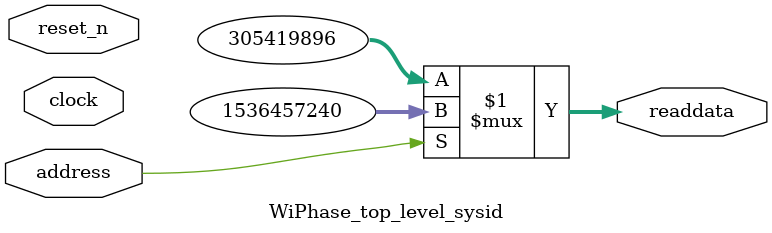
<source format=v>



// synthesis translate_off
`timescale 1ns / 1ps
// synthesis translate_on

// turn off superfluous verilog processor warnings 
// altera message_level Level1 
// altera message_off 10034 10035 10036 10037 10230 10240 10030 

module WiPhase_top_level_sysid (
               // inputs:
                address,
                clock,
                reset_n,

               // outputs:
                readdata
             )
;

  output  [ 31: 0] readdata;
  input            address;
  input            clock;
  input            reset_n;

  wire    [ 31: 0] readdata;
  //control_slave, which is an e_avalon_slave
  assign readdata = address ? 1536457240 : 305419896;

endmodule



</source>
